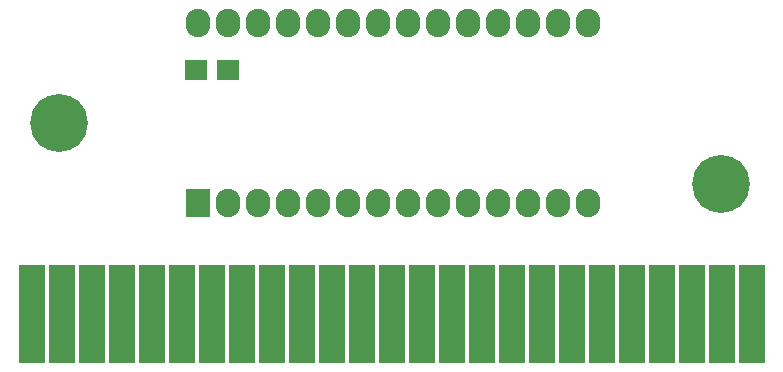
<source format=gbr>
G04 #@! TF.FileFunction,Soldermask,Bot*
%FSLAX46Y46*%
G04 Gerber Fmt 4.6, Leading zero omitted, Abs format (unit mm)*
G04 Created by KiCad (PCBNEW 4.0.7) date 02/20/19 23:55:16*
%MOMM*%
%LPD*%
G01*
G04 APERTURE LIST*
%ADD10C,0.100000*%
%ADD11C,4.900000*%
%ADD12R,2.200000X8.400000*%
%ADD13R,2.100000X2.400000*%
%ADD14O,2.100000X2.400000*%
%ADD15R,1.900000X1.700000*%
G04 APERTURE END LIST*
D10*
D11*
X177624640Y-97221440D03*
D12*
X180240840Y-108151440D03*
X177700840Y-108151440D03*
X175160840Y-108151440D03*
X172620840Y-108151440D03*
X170080840Y-108151440D03*
X167540840Y-108151440D03*
X165000840Y-108151440D03*
X162460840Y-108151440D03*
X159920840Y-108151440D03*
X157380840Y-108151440D03*
X154840840Y-108151440D03*
X152300840Y-108151440D03*
X149760840Y-108151440D03*
X147220840Y-108151440D03*
X144680840Y-108151440D03*
X142140840Y-108151440D03*
X139600840Y-108151440D03*
X137060840Y-108151440D03*
X134520840Y-108151440D03*
X131980840Y-108151440D03*
X129440840Y-108151440D03*
X126900840Y-108151440D03*
X124360840Y-108151440D03*
X121820840Y-108151440D03*
X119280840Y-108151440D03*
D11*
X121625260Y-92019520D03*
D13*
X133350000Y-98806000D03*
D14*
X166370000Y-83566000D03*
X135890000Y-98806000D03*
X163830000Y-83566000D03*
X138430000Y-98806000D03*
X161290000Y-83566000D03*
X140970000Y-98806000D03*
X158750000Y-83566000D03*
X143510000Y-98806000D03*
X156210000Y-83566000D03*
X146050000Y-98806000D03*
X153670000Y-83566000D03*
X148590000Y-98806000D03*
X151130000Y-83566000D03*
X151130000Y-98806000D03*
X148590000Y-83566000D03*
X153670000Y-98806000D03*
X146050000Y-83566000D03*
X156210000Y-98806000D03*
X143510000Y-83566000D03*
X158750000Y-98806000D03*
X140970000Y-83566000D03*
X161290000Y-98806000D03*
X138430000Y-83566000D03*
X163830000Y-98806000D03*
X135890000Y-83566000D03*
X166370000Y-98806000D03*
X133350000Y-83566000D03*
D15*
X135893800Y-87566500D03*
X133193800Y-87566500D03*
M02*

</source>
